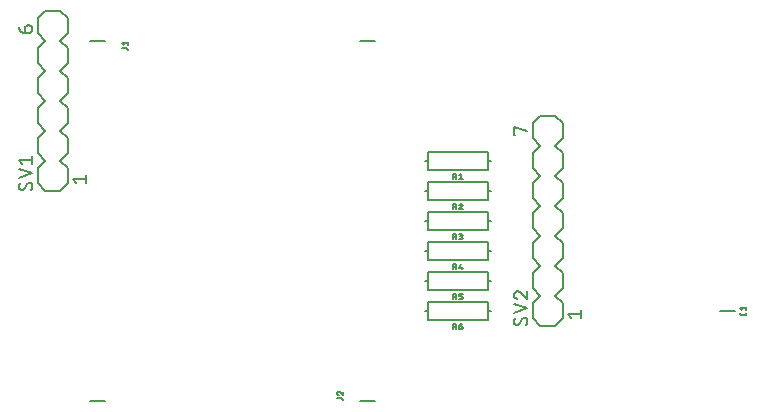
<source format=gbr>
G04 EAGLE Gerber RS-274X export*
G75*
%MOMM*%
%FSLAX34Y34*%
%LPD*%
%INSilkscreen Top*%
%IPPOS*%
%AMOC8*
5,1,8,0,0,1.08239X$1,22.5*%
G01*
%ADD10C,0.203200*%
%ADD11C,0.127000*%
%ADD12C,0.152400*%


D10*
X609600Y87630D02*
X596900Y87630D01*
D11*
X618871Y86134D02*
X618871Y85062D01*
X618869Y84997D01*
X618863Y84933D01*
X618853Y84869D01*
X618840Y84805D01*
X618822Y84743D01*
X618801Y84682D01*
X618777Y84622D01*
X618748Y84564D01*
X618716Y84507D01*
X618681Y84453D01*
X618643Y84401D01*
X618601Y84351D01*
X618557Y84304D01*
X618510Y84260D01*
X618460Y84218D01*
X618408Y84180D01*
X618354Y84145D01*
X618297Y84113D01*
X618239Y84084D01*
X618179Y84060D01*
X618118Y84039D01*
X618056Y84021D01*
X617992Y84008D01*
X617928Y83998D01*
X617864Y83992D01*
X617799Y83990D01*
X617799Y83989D02*
X615117Y83989D01*
X615052Y83991D01*
X614988Y83997D01*
X614924Y84007D01*
X614860Y84020D01*
X614798Y84038D01*
X614737Y84059D01*
X614677Y84084D01*
X614618Y84112D01*
X614562Y84144D01*
X614507Y84179D01*
X614455Y84217D01*
X614405Y84259D01*
X614358Y84303D01*
X614314Y84350D01*
X614272Y84400D01*
X614234Y84452D01*
X614199Y84507D01*
X614167Y84563D01*
X614139Y84622D01*
X614114Y84681D01*
X614093Y84743D01*
X614075Y84805D01*
X614062Y84869D01*
X614052Y84933D01*
X614046Y84997D01*
X614044Y85062D01*
X614045Y85062D02*
X614045Y86134D01*
X615117Y88590D02*
X614045Y89930D01*
X618871Y89930D01*
X618871Y88590D02*
X618871Y91271D01*
D12*
X19050Y195580D02*
X19050Y208280D01*
X25400Y214630D01*
X38100Y214630D02*
X44450Y208280D01*
X25400Y214630D02*
X19050Y220980D01*
X19050Y233680D01*
X25400Y240030D01*
X38100Y240030D02*
X44450Y233680D01*
X44450Y220980D01*
X38100Y214630D01*
X38100Y189230D02*
X25400Y189230D01*
X19050Y195580D01*
X38100Y189230D02*
X44450Y195580D01*
X44450Y208280D01*
X25400Y240030D02*
X19050Y246380D01*
X19050Y259080D01*
X25400Y265430D01*
X38100Y265430D02*
X44450Y259080D01*
X44450Y246380D01*
X38100Y240030D01*
X19050Y271780D02*
X19050Y284480D01*
X25400Y290830D01*
X38100Y290830D02*
X44450Y284480D01*
X25400Y290830D02*
X19050Y297180D01*
X19050Y309880D01*
X25400Y316230D01*
X38100Y316230D02*
X44450Y309880D01*
X44450Y297180D01*
X38100Y290830D01*
X19050Y271780D02*
X25400Y265430D01*
X38100Y265430D02*
X44450Y271780D01*
X44450Y284480D01*
X25400Y316230D02*
X19050Y322580D01*
X19050Y335280D01*
X25400Y341630D01*
X38100Y341630D02*
X44450Y335280D01*
X44450Y322580D01*
X38100Y316230D01*
X38100Y341630D02*
X25400Y341630D01*
D11*
X48895Y199390D02*
X51435Y196215D01*
X48895Y199390D02*
X60325Y199390D01*
X60325Y196215D02*
X60325Y202565D01*
X8255Y323215D02*
X8255Y327025D01*
X8257Y327125D01*
X8263Y327224D01*
X8273Y327324D01*
X8286Y327422D01*
X8304Y327521D01*
X8325Y327618D01*
X8350Y327714D01*
X8379Y327810D01*
X8412Y327904D01*
X8448Y327997D01*
X8488Y328088D01*
X8532Y328178D01*
X8579Y328266D01*
X8629Y328352D01*
X8683Y328436D01*
X8740Y328518D01*
X8800Y328597D01*
X8864Y328675D01*
X8930Y328749D01*
X8999Y328821D01*
X9071Y328890D01*
X9145Y328956D01*
X9223Y329020D01*
X9302Y329080D01*
X9384Y329137D01*
X9468Y329191D01*
X9554Y329241D01*
X9642Y329288D01*
X9732Y329332D01*
X9823Y329372D01*
X9916Y329408D01*
X10010Y329441D01*
X10106Y329470D01*
X10202Y329495D01*
X10299Y329516D01*
X10398Y329534D01*
X10496Y329547D01*
X10596Y329557D01*
X10695Y329563D01*
X10795Y329565D01*
X11430Y329565D01*
X11541Y329563D01*
X11651Y329557D01*
X11762Y329548D01*
X11872Y329534D01*
X11981Y329517D01*
X12090Y329496D01*
X12198Y329471D01*
X12305Y329442D01*
X12411Y329410D01*
X12516Y329374D01*
X12619Y329334D01*
X12721Y329291D01*
X12822Y329244D01*
X12921Y329193D01*
X13018Y329140D01*
X13112Y329083D01*
X13205Y329022D01*
X13296Y328959D01*
X13385Y328892D01*
X13471Y328822D01*
X13554Y328749D01*
X13636Y328674D01*
X13714Y328596D01*
X13789Y328514D01*
X13862Y328431D01*
X13932Y328345D01*
X13999Y328256D01*
X14062Y328165D01*
X14123Y328072D01*
X14180Y327977D01*
X14233Y327881D01*
X14284Y327782D01*
X14331Y327681D01*
X14374Y327579D01*
X14414Y327476D01*
X14450Y327371D01*
X14482Y327265D01*
X14511Y327158D01*
X14536Y327050D01*
X14557Y326941D01*
X14574Y326832D01*
X14588Y326722D01*
X14597Y326611D01*
X14603Y326501D01*
X14605Y326390D01*
X14603Y326279D01*
X14597Y326169D01*
X14588Y326058D01*
X14574Y325948D01*
X14557Y325839D01*
X14536Y325730D01*
X14511Y325622D01*
X14482Y325515D01*
X14450Y325409D01*
X14414Y325304D01*
X14374Y325201D01*
X14331Y325099D01*
X14284Y324998D01*
X14233Y324899D01*
X14180Y324802D01*
X14123Y324708D01*
X14062Y324615D01*
X13999Y324524D01*
X13932Y324435D01*
X13862Y324349D01*
X13789Y324266D01*
X13714Y324184D01*
X13636Y324106D01*
X13554Y324031D01*
X13471Y323958D01*
X13385Y323888D01*
X13296Y323821D01*
X13205Y323758D01*
X13112Y323697D01*
X13017Y323640D01*
X12921Y323587D01*
X12822Y323536D01*
X12721Y323489D01*
X12619Y323446D01*
X12516Y323406D01*
X12411Y323370D01*
X12305Y323338D01*
X12198Y323309D01*
X12090Y323284D01*
X11981Y323263D01*
X11872Y323246D01*
X11762Y323232D01*
X11651Y323223D01*
X11541Y323217D01*
X11430Y323215D01*
X8255Y323215D01*
X8115Y323217D01*
X7975Y323223D01*
X7835Y323232D01*
X7696Y323246D01*
X7557Y323263D01*
X7419Y323284D01*
X7281Y323309D01*
X7144Y323338D01*
X7008Y323370D01*
X6873Y323407D01*
X6739Y323447D01*
X6606Y323490D01*
X6474Y323538D01*
X6343Y323588D01*
X6214Y323643D01*
X6087Y323701D01*
X5961Y323762D01*
X5837Y323827D01*
X5715Y323896D01*
X5595Y323967D01*
X5477Y324042D01*
X5360Y324120D01*
X5246Y324202D01*
X5135Y324286D01*
X5026Y324374D01*
X4919Y324464D01*
X4814Y324558D01*
X4713Y324654D01*
X4614Y324753D01*
X4518Y324854D01*
X4424Y324959D01*
X4334Y325066D01*
X4246Y325175D01*
X4162Y325286D01*
X4080Y325400D01*
X4002Y325517D01*
X3927Y325635D01*
X3856Y325755D01*
X3787Y325877D01*
X3722Y326001D01*
X3661Y326127D01*
X3603Y326254D01*
X3548Y326383D01*
X3498Y326514D01*
X3450Y326646D01*
X3407Y326779D01*
X3367Y326913D01*
X3330Y327048D01*
X3298Y327184D01*
X3269Y327321D01*
X3244Y327459D01*
X3223Y327597D01*
X3206Y327736D01*
X3192Y327875D01*
X3183Y328015D01*
X3177Y328155D01*
X3175Y328295D01*
X12065Y196215D02*
X12165Y196213D01*
X12264Y196207D01*
X12364Y196197D01*
X12462Y196184D01*
X12561Y196166D01*
X12658Y196145D01*
X12754Y196120D01*
X12850Y196091D01*
X12944Y196058D01*
X13037Y196022D01*
X13128Y195982D01*
X13218Y195938D01*
X13306Y195891D01*
X13392Y195841D01*
X13476Y195787D01*
X13558Y195730D01*
X13637Y195670D01*
X13715Y195606D01*
X13789Y195540D01*
X13861Y195471D01*
X13930Y195399D01*
X13996Y195325D01*
X14060Y195247D01*
X14120Y195168D01*
X14177Y195086D01*
X14231Y195002D01*
X14281Y194916D01*
X14328Y194828D01*
X14372Y194738D01*
X14412Y194647D01*
X14448Y194554D01*
X14481Y194460D01*
X14510Y194364D01*
X14535Y194268D01*
X14556Y194171D01*
X14574Y194072D01*
X14587Y193974D01*
X14597Y193874D01*
X14603Y193775D01*
X14605Y193675D01*
X14603Y193534D01*
X14598Y193393D01*
X14588Y193252D01*
X14575Y193111D01*
X14559Y192971D01*
X14538Y192831D01*
X14514Y192692D01*
X14486Y192553D01*
X14455Y192416D01*
X14420Y192279D01*
X14382Y192143D01*
X14340Y192008D01*
X14294Y191875D01*
X14245Y191742D01*
X14192Y191611D01*
X14136Y191482D01*
X14077Y191353D01*
X14014Y191227D01*
X13948Y191102D01*
X13879Y190979D01*
X13806Y190858D01*
X13730Y190739D01*
X13651Y190621D01*
X13570Y190506D01*
X13485Y190394D01*
X13397Y190283D01*
X13306Y190175D01*
X13213Y190069D01*
X13116Y189966D01*
X13017Y189865D01*
X5715Y190183D02*
X5615Y190185D01*
X5516Y190191D01*
X5416Y190201D01*
X5318Y190214D01*
X5219Y190232D01*
X5122Y190253D01*
X5026Y190278D01*
X4930Y190307D01*
X4836Y190340D01*
X4743Y190376D01*
X4652Y190416D01*
X4562Y190460D01*
X4474Y190507D01*
X4388Y190557D01*
X4304Y190611D01*
X4222Y190668D01*
X4143Y190728D01*
X4065Y190792D01*
X3991Y190858D01*
X3919Y190927D01*
X3850Y190999D01*
X3784Y191073D01*
X3720Y191151D01*
X3660Y191230D01*
X3603Y191312D01*
X3549Y191396D01*
X3499Y191482D01*
X3452Y191570D01*
X3408Y191660D01*
X3368Y191751D01*
X3332Y191844D01*
X3299Y191938D01*
X3270Y192034D01*
X3245Y192130D01*
X3224Y192227D01*
X3206Y192326D01*
X3193Y192424D01*
X3183Y192524D01*
X3177Y192623D01*
X3175Y192723D01*
X3177Y192856D01*
X3182Y192989D01*
X3192Y193122D01*
X3205Y193255D01*
X3222Y193387D01*
X3242Y193519D01*
X3266Y193650D01*
X3294Y193780D01*
X3325Y193910D01*
X3360Y194038D01*
X3399Y194166D01*
X3441Y194292D01*
X3487Y194417D01*
X3536Y194541D01*
X3588Y194664D01*
X3644Y194785D01*
X3704Y194904D01*
X3766Y195022D01*
X3832Y195137D01*
X3901Y195251D01*
X3974Y195363D01*
X4049Y195473D01*
X4128Y195581D01*
X7938Y191452D02*
X7886Y191368D01*
X7831Y191285D01*
X7772Y191205D01*
X7711Y191127D01*
X7647Y191052D01*
X7579Y190979D01*
X7509Y190908D01*
X7437Y190841D01*
X7362Y190776D01*
X7284Y190714D01*
X7204Y190655D01*
X7122Y190599D01*
X7038Y190547D01*
X6952Y190498D01*
X6864Y190452D01*
X6774Y190409D01*
X6683Y190370D01*
X6590Y190335D01*
X6496Y190303D01*
X6401Y190275D01*
X6305Y190250D01*
X6208Y190230D01*
X6110Y190212D01*
X6012Y190199D01*
X5913Y190190D01*
X5814Y190184D01*
X5715Y190182D01*
X9842Y194945D02*
X9894Y195029D01*
X9949Y195112D01*
X10008Y195192D01*
X10069Y195270D01*
X10133Y195345D01*
X10201Y195418D01*
X10271Y195489D01*
X10343Y195556D01*
X10418Y195621D01*
X10496Y195683D01*
X10576Y195742D01*
X10658Y195798D01*
X10742Y195850D01*
X10828Y195899D01*
X10916Y195945D01*
X11006Y195988D01*
X11097Y196027D01*
X11190Y196062D01*
X11284Y196094D01*
X11379Y196122D01*
X11475Y196147D01*
X11572Y196167D01*
X11670Y196185D01*
X11768Y196198D01*
X11867Y196207D01*
X11966Y196213D01*
X12065Y196215D01*
X9843Y194945D02*
X7938Y191453D01*
X3175Y200279D02*
X14605Y204089D01*
X3175Y207899D01*
X5715Y212344D02*
X3175Y215519D01*
X14605Y215519D01*
X14605Y212344D02*
X14605Y218694D01*
D12*
X438150Y93980D02*
X438150Y81280D01*
X438150Y93980D02*
X444500Y100330D01*
X457200Y100330D02*
X463550Y93980D01*
X444500Y100330D02*
X438150Y106680D01*
X438150Y119380D01*
X444500Y125730D01*
X457200Y125730D02*
X463550Y119380D01*
X463550Y106680D01*
X457200Y100330D01*
X457200Y74930D02*
X444500Y74930D01*
X438150Y81280D01*
X457200Y74930D02*
X463550Y81280D01*
X463550Y93980D01*
X444500Y125730D02*
X438150Y132080D01*
X438150Y144780D01*
X444500Y151130D01*
X457200Y151130D02*
X463550Y144780D01*
X463550Y132080D01*
X457200Y125730D01*
X438150Y157480D02*
X438150Y170180D01*
X444500Y176530D01*
X457200Y176530D02*
X463550Y170180D01*
X444500Y176530D02*
X438150Y182880D01*
X438150Y195580D01*
X444500Y201930D01*
X457200Y201930D02*
X463550Y195580D01*
X463550Y182880D01*
X457200Y176530D01*
X438150Y157480D02*
X444500Y151130D01*
X457200Y151130D02*
X463550Y157480D01*
X463550Y170180D01*
X444500Y201930D02*
X438150Y208280D01*
X438150Y220980D01*
X444500Y227330D01*
X457200Y227330D02*
X463550Y220980D01*
X463550Y208280D01*
X457200Y201930D01*
X438150Y233680D02*
X438150Y246380D01*
X444500Y252730D01*
X457200Y252730D01*
X463550Y246380D01*
X444500Y227330D02*
X438150Y233680D01*
X457200Y227330D02*
X463550Y233680D01*
X463550Y246380D01*
D11*
X467995Y85090D02*
X470535Y81915D01*
X467995Y85090D02*
X479425Y85090D01*
X479425Y81915D02*
X479425Y88265D01*
X423545Y236855D02*
X422275Y236855D01*
X422275Y243205D01*
X433705Y240030D01*
X431165Y81915D02*
X431265Y81913D01*
X431364Y81907D01*
X431464Y81897D01*
X431562Y81884D01*
X431661Y81866D01*
X431758Y81845D01*
X431854Y81820D01*
X431950Y81791D01*
X432044Y81758D01*
X432137Y81722D01*
X432228Y81682D01*
X432318Y81638D01*
X432406Y81591D01*
X432492Y81541D01*
X432576Y81487D01*
X432658Y81430D01*
X432737Y81370D01*
X432815Y81306D01*
X432889Y81240D01*
X432961Y81171D01*
X433030Y81099D01*
X433096Y81025D01*
X433160Y80947D01*
X433220Y80868D01*
X433277Y80786D01*
X433331Y80702D01*
X433381Y80616D01*
X433428Y80528D01*
X433472Y80438D01*
X433512Y80347D01*
X433548Y80254D01*
X433581Y80160D01*
X433610Y80064D01*
X433635Y79968D01*
X433656Y79871D01*
X433674Y79772D01*
X433687Y79674D01*
X433697Y79574D01*
X433703Y79475D01*
X433705Y79375D01*
X433703Y79234D01*
X433698Y79093D01*
X433688Y78952D01*
X433675Y78811D01*
X433659Y78671D01*
X433638Y78531D01*
X433614Y78392D01*
X433586Y78253D01*
X433555Y78116D01*
X433520Y77979D01*
X433482Y77843D01*
X433440Y77708D01*
X433394Y77575D01*
X433345Y77442D01*
X433292Y77311D01*
X433236Y77182D01*
X433177Y77053D01*
X433114Y76927D01*
X433048Y76802D01*
X432979Y76679D01*
X432906Y76558D01*
X432830Y76439D01*
X432751Y76321D01*
X432670Y76206D01*
X432585Y76094D01*
X432497Y75983D01*
X432406Y75875D01*
X432313Y75769D01*
X432216Y75666D01*
X432117Y75565D01*
X424815Y75883D02*
X424715Y75885D01*
X424616Y75891D01*
X424516Y75901D01*
X424418Y75914D01*
X424319Y75932D01*
X424222Y75953D01*
X424126Y75978D01*
X424030Y76007D01*
X423936Y76040D01*
X423843Y76076D01*
X423752Y76116D01*
X423662Y76160D01*
X423574Y76207D01*
X423488Y76257D01*
X423404Y76311D01*
X423322Y76368D01*
X423243Y76428D01*
X423165Y76492D01*
X423091Y76558D01*
X423019Y76627D01*
X422950Y76699D01*
X422884Y76773D01*
X422820Y76851D01*
X422760Y76930D01*
X422703Y77012D01*
X422649Y77096D01*
X422599Y77182D01*
X422552Y77270D01*
X422508Y77360D01*
X422468Y77451D01*
X422432Y77544D01*
X422399Y77638D01*
X422370Y77734D01*
X422345Y77830D01*
X422324Y77927D01*
X422306Y78026D01*
X422293Y78124D01*
X422283Y78224D01*
X422277Y78323D01*
X422275Y78423D01*
X422277Y78556D01*
X422282Y78689D01*
X422292Y78822D01*
X422305Y78955D01*
X422322Y79087D01*
X422342Y79219D01*
X422366Y79350D01*
X422394Y79480D01*
X422425Y79610D01*
X422460Y79738D01*
X422499Y79866D01*
X422541Y79992D01*
X422587Y80117D01*
X422636Y80241D01*
X422688Y80364D01*
X422744Y80485D01*
X422804Y80604D01*
X422866Y80722D01*
X422932Y80837D01*
X423001Y80951D01*
X423074Y81063D01*
X423149Y81173D01*
X423228Y81281D01*
X427038Y77152D02*
X426986Y77068D01*
X426931Y76985D01*
X426872Y76905D01*
X426811Y76827D01*
X426747Y76752D01*
X426679Y76679D01*
X426609Y76608D01*
X426537Y76541D01*
X426462Y76476D01*
X426384Y76414D01*
X426304Y76355D01*
X426222Y76299D01*
X426138Y76247D01*
X426052Y76198D01*
X425964Y76152D01*
X425874Y76109D01*
X425783Y76070D01*
X425690Y76035D01*
X425596Y76003D01*
X425501Y75975D01*
X425405Y75950D01*
X425308Y75930D01*
X425210Y75912D01*
X425112Y75899D01*
X425013Y75890D01*
X424914Y75884D01*
X424815Y75882D01*
X428942Y80645D02*
X428994Y80729D01*
X429049Y80812D01*
X429108Y80892D01*
X429169Y80970D01*
X429233Y81045D01*
X429301Y81118D01*
X429371Y81189D01*
X429443Y81256D01*
X429518Y81321D01*
X429596Y81383D01*
X429676Y81442D01*
X429758Y81498D01*
X429842Y81550D01*
X429928Y81599D01*
X430016Y81645D01*
X430106Y81688D01*
X430197Y81727D01*
X430290Y81762D01*
X430384Y81794D01*
X430479Y81822D01*
X430575Y81847D01*
X430672Y81867D01*
X430770Y81885D01*
X430868Y81898D01*
X430967Y81907D01*
X431066Y81913D01*
X431165Y81915D01*
X428943Y80645D02*
X427038Y77153D01*
X422275Y85979D02*
X433705Y89789D01*
X422275Y93599D01*
X422275Y101537D02*
X422277Y101641D01*
X422283Y101746D01*
X422292Y101850D01*
X422305Y101953D01*
X422323Y102056D01*
X422343Y102158D01*
X422368Y102260D01*
X422396Y102360D01*
X422428Y102460D01*
X422464Y102558D01*
X422503Y102655D01*
X422545Y102750D01*
X422591Y102844D01*
X422641Y102936D01*
X422693Y103026D01*
X422749Y103114D01*
X422809Y103200D01*
X422871Y103284D01*
X422936Y103365D01*
X423004Y103444D01*
X423076Y103521D01*
X423149Y103594D01*
X423226Y103666D01*
X423305Y103734D01*
X423386Y103799D01*
X423470Y103861D01*
X423556Y103921D01*
X423644Y103977D01*
X423734Y104029D01*
X423826Y104079D01*
X423920Y104125D01*
X424015Y104167D01*
X424112Y104206D01*
X424210Y104242D01*
X424310Y104274D01*
X424410Y104302D01*
X424512Y104327D01*
X424614Y104347D01*
X424717Y104365D01*
X424820Y104378D01*
X424924Y104387D01*
X425029Y104393D01*
X425133Y104395D01*
X422275Y101537D02*
X422277Y101419D01*
X422283Y101300D01*
X422292Y101182D01*
X422305Y101065D01*
X422323Y100948D01*
X422343Y100831D01*
X422368Y100715D01*
X422396Y100600D01*
X422429Y100487D01*
X422464Y100374D01*
X422504Y100262D01*
X422546Y100152D01*
X422593Y100043D01*
X422643Y99935D01*
X422696Y99830D01*
X422753Y99726D01*
X422813Y99624D01*
X422876Y99524D01*
X422943Y99426D01*
X423012Y99330D01*
X423085Y99237D01*
X423161Y99146D01*
X423239Y99057D01*
X423321Y98971D01*
X423405Y98888D01*
X423491Y98807D01*
X423581Y98730D01*
X423672Y98655D01*
X423766Y98583D01*
X423863Y98514D01*
X423961Y98449D01*
X424062Y98386D01*
X424165Y98327D01*
X424269Y98271D01*
X424375Y98219D01*
X424483Y98170D01*
X424592Y98125D01*
X424703Y98083D01*
X424815Y98045D01*
X427355Y103442D02*
X427280Y103518D01*
X427201Y103593D01*
X427120Y103664D01*
X427036Y103733D01*
X426950Y103798D01*
X426862Y103860D01*
X426772Y103920D01*
X426680Y103976D01*
X426585Y104029D01*
X426489Y104078D01*
X426391Y104124D01*
X426292Y104167D01*
X426191Y104206D01*
X426089Y104241D01*
X425986Y104273D01*
X425882Y104301D01*
X425777Y104326D01*
X425670Y104347D01*
X425564Y104364D01*
X425457Y104377D01*
X425349Y104386D01*
X425241Y104392D01*
X425133Y104394D01*
X427355Y103442D02*
X433705Y98044D01*
X433705Y104394D01*
D10*
X400050Y207010D02*
X349250Y207010D01*
X349250Y214630D01*
X349250Y222250D01*
X400050Y222250D01*
X400050Y214630D01*
X400050Y207010D01*
X349250Y214630D02*
X346710Y214630D01*
X400050Y214630D02*
X402590Y214630D01*
D11*
X370598Y203835D02*
X370598Y199009D01*
X370598Y203835D02*
X371939Y203835D01*
X372010Y203833D01*
X372082Y203827D01*
X372152Y203818D01*
X372222Y203805D01*
X372292Y203788D01*
X372360Y203767D01*
X372427Y203743D01*
X372493Y203715D01*
X372557Y203684D01*
X372620Y203649D01*
X372680Y203611D01*
X372739Y203570D01*
X372795Y203526D01*
X372849Y203479D01*
X372900Y203430D01*
X372948Y203377D01*
X372994Y203322D01*
X373036Y203265D01*
X373076Y203205D01*
X373112Y203144D01*
X373145Y203080D01*
X373174Y203015D01*
X373200Y202949D01*
X373223Y202881D01*
X373242Y202812D01*
X373257Y202742D01*
X373268Y202672D01*
X373276Y202601D01*
X373280Y202530D01*
X373280Y202458D01*
X373276Y202387D01*
X373268Y202316D01*
X373257Y202246D01*
X373242Y202176D01*
X373223Y202107D01*
X373200Y202039D01*
X373174Y201973D01*
X373145Y201908D01*
X373112Y201844D01*
X373076Y201783D01*
X373036Y201723D01*
X372994Y201666D01*
X372948Y201611D01*
X372900Y201558D01*
X372849Y201509D01*
X372795Y201462D01*
X372739Y201418D01*
X372680Y201377D01*
X372620Y201339D01*
X372557Y201304D01*
X372493Y201273D01*
X372427Y201245D01*
X372360Y201221D01*
X372292Y201200D01*
X372222Y201183D01*
X372152Y201170D01*
X372082Y201161D01*
X372010Y201155D01*
X371939Y201153D01*
X371939Y201154D02*
X370598Y201154D01*
X372207Y201154D02*
X373279Y199009D01*
X376021Y202763D02*
X377361Y203835D01*
X377361Y199009D01*
X376021Y199009D02*
X378702Y199009D01*
D10*
X400050Y181610D02*
X349250Y181610D01*
X349250Y189230D01*
X349250Y196850D01*
X400050Y196850D01*
X400050Y189230D01*
X400050Y181610D01*
X349250Y189230D02*
X346710Y189230D01*
X400050Y189230D02*
X402590Y189230D01*
D11*
X370598Y178435D02*
X370598Y173609D01*
X370598Y178435D02*
X371939Y178435D01*
X372010Y178433D01*
X372082Y178427D01*
X372152Y178418D01*
X372222Y178405D01*
X372292Y178388D01*
X372360Y178367D01*
X372427Y178343D01*
X372493Y178315D01*
X372557Y178284D01*
X372620Y178249D01*
X372680Y178211D01*
X372739Y178170D01*
X372795Y178126D01*
X372849Y178079D01*
X372900Y178030D01*
X372948Y177977D01*
X372994Y177922D01*
X373036Y177865D01*
X373076Y177805D01*
X373112Y177744D01*
X373145Y177680D01*
X373174Y177615D01*
X373200Y177549D01*
X373223Y177481D01*
X373242Y177412D01*
X373257Y177342D01*
X373268Y177272D01*
X373276Y177201D01*
X373280Y177130D01*
X373280Y177058D01*
X373276Y176987D01*
X373268Y176916D01*
X373257Y176846D01*
X373242Y176776D01*
X373223Y176707D01*
X373200Y176639D01*
X373174Y176573D01*
X373145Y176508D01*
X373112Y176444D01*
X373076Y176383D01*
X373036Y176323D01*
X372994Y176266D01*
X372948Y176211D01*
X372900Y176158D01*
X372849Y176109D01*
X372795Y176062D01*
X372739Y176018D01*
X372680Y175977D01*
X372620Y175939D01*
X372557Y175904D01*
X372493Y175873D01*
X372427Y175845D01*
X372360Y175821D01*
X372292Y175800D01*
X372222Y175783D01*
X372152Y175770D01*
X372082Y175761D01*
X372010Y175755D01*
X371939Y175753D01*
X371939Y175754D02*
X370598Y175754D01*
X372207Y175754D02*
X373279Y173609D01*
X377495Y178435D02*
X377563Y178433D01*
X377630Y178427D01*
X377697Y178418D01*
X377764Y178405D01*
X377829Y178388D01*
X377894Y178367D01*
X377957Y178343D01*
X378019Y178315D01*
X378079Y178284D01*
X378137Y178250D01*
X378193Y178212D01*
X378248Y178172D01*
X378299Y178128D01*
X378348Y178081D01*
X378395Y178032D01*
X378439Y177981D01*
X378479Y177926D01*
X378517Y177870D01*
X378551Y177812D01*
X378582Y177752D01*
X378610Y177690D01*
X378634Y177627D01*
X378655Y177562D01*
X378672Y177497D01*
X378685Y177430D01*
X378694Y177363D01*
X378700Y177296D01*
X378702Y177228D01*
X377495Y178435D02*
X377417Y178433D01*
X377339Y178427D01*
X377262Y178417D01*
X377185Y178404D01*
X377109Y178386D01*
X377034Y178365D01*
X376960Y178340D01*
X376888Y178311D01*
X376817Y178279D01*
X376748Y178243D01*
X376680Y178204D01*
X376615Y178161D01*
X376552Y178115D01*
X376491Y178066D01*
X376433Y178014D01*
X376378Y177959D01*
X376325Y177902D01*
X376276Y177842D01*
X376229Y177779D01*
X376186Y177715D01*
X376146Y177648D01*
X376109Y177579D01*
X376076Y177508D01*
X376046Y177436D01*
X376020Y177363D01*
X378300Y176290D02*
X378349Y176339D01*
X378396Y176391D01*
X378439Y176446D01*
X378480Y176503D01*
X378518Y176562D01*
X378552Y176623D01*
X378583Y176686D01*
X378611Y176750D01*
X378635Y176816D01*
X378655Y176882D01*
X378672Y176950D01*
X378685Y177019D01*
X378694Y177088D01*
X378700Y177158D01*
X378702Y177228D01*
X378300Y176290D02*
X376021Y173609D01*
X378702Y173609D01*
D10*
X400050Y156210D02*
X349250Y156210D01*
X349250Y163830D01*
X349250Y171450D01*
X400050Y171450D01*
X400050Y163830D01*
X400050Y156210D01*
X349250Y163830D02*
X346710Y163830D01*
X400050Y163830D02*
X402590Y163830D01*
D11*
X370598Y153035D02*
X370598Y148209D01*
X370598Y153035D02*
X371939Y153035D01*
X372010Y153033D01*
X372082Y153027D01*
X372152Y153018D01*
X372222Y153005D01*
X372292Y152988D01*
X372360Y152967D01*
X372427Y152943D01*
X372493Y152915D01*
X372557Y152884D01*
X372620Y152849D01*
X372680Y152811D01*
X372739Y152770D01*
X372795Y152726D01*
X372849Y152679D01*
X372900Y152630D01*
X372948Y152577D01*
X372994Y152522D01*
X373036Y152465D01*
X373076Y152405D01*
X373112Y152344D01*
X373145Y152280D01*
X373174Y152215D01*
X373200Y152149D01*
X373223Y152081D01*
X373242Y152012D01*
X373257Y151942D01*
X373268Y151872D01*
X373276Y151801D01*
X373280Y151730D01*
X373280Y151658D01*
X373276Y151587D01*
X373268Y151516D01*
X373257Y151446D01*
X373242Y151376D01*
X373223Y151307D01*
X373200Y151239D01*
X373174Y151173D01*
X373145Y151108D01*
X373112Y151044D01*
X373076Y150983D01*
X373036Y150923D01*
X372994Y150866D01*
X372948Y150811D01*
X372900Y150758D01*
X372849Y150709D01*
X372795Y150662D01*
X372739Y150618D01*
X372680Y150577D01*
X372620Y150539D01*
X372557Y150504D01*
X372493Y150473D01*
X372427Y150445D01*
X372360Y150421D01*
X372292Y150400D01*
X372222Y150383D01*
X372152Y150370D01*
X372082Y150361D01*
X372010Y150355D01*
X371939Y150353D01*
X371939Y150354D02*
X370598Y150354D01*
X372207Y150354D02*
X373279Y148209D01*
X376021Y148209D02*
X377361Y148209D01*
X377432Y148211D01*
X377504Y148217D01*
X377574Y148226D01*
X377644Y148239D01*
X377714Y148256D01*
X377782Y148277D01*
X377849Y148301D01*
X377915Y148329D01*
X377979Y148360D01*
X378042Y148395D01*
X378102Y148433D01*
X378161Y148474D01*
X378217Y148518D01*
X378271Y148565D01*
X378322Y148614D01*
X378370Y148667D01*
X378416Y148722D01*
X378458Y148779D01*
X378498Y148839D01*
X378534Y148900D01*
X378567Y148964D01*
X378596Y149029D01*
X378622Y149095D01*
X378645Y149163D01*
X378664Y149232D01*
X378679Y149302D01*
X378690Y149372D01*
X378698Y149443D01*
X378702Y149514D01*
X378702Y149586D01*
X378698Y149657D01*
X378690Y149728D01*
X378679Y149798D01*
X378664Y149868D01*
X378645Y149937D01*
X378622Y150005D01*
X378596Y150071D01*
X378567Y150136D01*
X378534Y150200D01*
X378498Y150261D01*
X378458Y150321D01*
X378416Y150378D01*
X378370Y150433D01*
X378322Y150486D01*
X378271Y150535D01*
X378217Y150582D01*
X378161Y150626D01*
X378102Y150667D01*
X378042Y150705D01*
X377979Y150740D01*
X377915Y150771D01*
X377849Y150799D01*
X377782Y150823D01*
X377714Y150844D01*
X377644Y150861D01*
X377574Y150874D01*
X377504Y150883D01*
X377432Y150889D01*
X377361Y150891D01*
X377629Y153035D02*
X376021Y153035D01*
X377629Y153035D02*
X377694Y153033D01*
X377758Y153027D01*
X377822Y153017D01*
X377886Y153004D01*
X377948Y152986D01*
X378009Y152965D01*
X378069Y152941D01*
X378127Y152912D01*
X378184Y152880D01*
X378238Y152845D01*
X378290Y152807D01*
X378340Y152765D01*
X378387Y152721D01*
X378431Y152674D01*
X378473Y152624D01*
X378511Y152572D01*
X378546Y152518D01*
X378578Y152461D01*
X378607Y152403D01*
X378631Y152343D01*
X378652Y152282D01*
X378670Y152220D01*
X378683Y152156D01*
X378693Y152092D01*
X378699Y152028D01*
X378701Y151963D01*
X378699Y151898D01*
X378693Y151834D01*
X378683Y151770D01*
X378670Y151706D01*
X378652Y151644D01*
X378631Y151583D01*
X378607Y151523D01*
X378578Y151465D01*
X378546Y151408D01*
X378511Y151354D01*
X378473Y151302D01*
X378431Y151252D01*
X378387Y151205D01*
X378340Y151161D01*
X378290Y151119D01*
X378238Y151081D01*
X378184Y151046D01*
X378127Y151014D01*
X378069Y150985D01*
X378009Y150961D01*
X377948Y150940D01*
X377886Y150922D01*
X377822Y150909D01*
X377758Y150899D01*
X377694Y150893D01*
X377629Y150891D01*
X377629Y150890D02*
X376557Y150890D01*
D10*
X400050Y130810D02*
X349250Y130810D01*
X349250Y138430D01*
X349250Y146050D01*
X400050Y146050D01*
X400050Y138430D01*
X400050Y130810D01*
X349250Y138430D02*
X346710Y138430D01*
X400050Y138430D02*
X402590Y138430D01*
D11*
X370598Y127635D02*
X370598Y122809D01*
X370598Y127635D02*
X371939Y127635D01*
X372010Y127633D01*
X372082Y127627D01*
X372152Y127618D01*
X372222Y127605D01*
X372292Y127588D01*
X372360Y127567D01*
X372427Y127543D01*
X372493Y127515D01*
X372557Y127484D01*
X372620Y127449D01*
X372680Y127411D01*
X372739Y127370D01*
X372795Y127326D01*
X372849Y127279D01*
X372900Y127230D01*
X372948Y127177D01*
X372994Y127122D01*
X373036Y127065D01*
X373076Y127005D01*
X373112Y126944D01*
X373145Y126880D01*
X373174Y126815D01*
X373200Y126749D01*
X373223Y126681D01*
X373242Y126612D01*
X373257Y126542D01*
X373268Y126472D01*
X373276Y126401D01*
X373280Y126330D01*
X373280Y126258D01*
X373276Y126187D01*
X373268Y126116D01*
X373257Y126046D01*
X373242Y125976D01*
X373223Y125907D01*
X373200Y125839D01*
X373174Y125773D01*
X373145Y125708D01*
X373112Y125644D01*
X373076Y125583D01*
X373036Y125523D01*
X372994Y125466D01*
X372948Y125411D01*
X372900Y125358D01*
X372849Y125309D01*
X372795Y125262D01*
X372739Y125218D01*
X372680Y125177D01*
X372620Y125139D01*
X372557Y125104D01*
X372493Y125073D01*
X372427Y125045D01*
X372360Y125021D01*
X372292Y125000D01*
X372222Y124983D01*
X372152Y124970D01*
X372082Y124961D01*
X372010Y124955D01*
X371939Y124953D01*
X371939Y124954D02*
X370598Y124954D01*
X372207Y124954D02*
X373279Y122809D01*
X376021Y123881D02*
X377093Y127635D01*
X376021Y123881D02*
X378702Y123881D01*
X377898Y124954D02*
X377898Y122809D01*
D10*
X400050Y105410D02*
X349250Y105410D01*
X349250Y113030D01*
X349250Y120650D01*
X400050Y120650D01*
X400050Y113030D01*
X400050Y105410D01*
X349250Y113030D02*
X346710Y113030D01*
X400050Y113030D02*
X402590Y113030D01*
D11*
X370598Y102235D02*
X370598Y97409D01*
X370598Y102235D02*
X371939Y102235D01*
X372010Y102233D01*
X372082Y102227D01*
X372152Y102218D01*
X372222Y102205D01*
X372292Y102188D01*
X372360Y102167D01*
X372427Y102143D01*
X372493Y102115D01*
X372557Y102084D01*
X372620Y102049D01*
X372680Y102011D01*
X372739Y101970D01*
X372795Y101926D01*
X372849Y101879D01*
X372900Y101830D01*
X372948Y101777D01*
X372994Y101722D01*
X373036Y101665D01*
X373076Y101605D01*
X373112Y101544D01*
X373145Y101480D01*
X373174Y101415D01*
X373200Y101349D01*
X373223Y101281D01*
X373242Y101212D01*
X373257Y101142D01*
X373268Y101072D01*
X373276Y101001D01*
X373280Y100930D01*
X373280Y100858D01*
X373276Y100787D01*
X373268Y100716D01*
X373257Y100646D01*
X373242Y100576D01*
X373223Y100507D01*
X373200Y100439D01*
X373174Y100373D01*
X373145Y100308D01*
X373112Y100244D01*
X373076Y100183D01*
X373036Y100123D01*
X372994Y100066D01*
X372948Y100011D01*
X372900Y99958D01*
X372849Y99909D01*
X372795Y99862D01*
X372739Y99818D01*
X372680Y99777D01*
X372620Y99739D01*
X372557Y99704D01*
X372493Y99673D01*
X372427Y99645D01*
X372360Y99621D01*
X372292Y99600D01*
X372222Y99583D01*
X372152Y99570D01*
X372082Y99561D01*
X372010Y99555D01*
X371939Y99553D01*
X371939Y99554D02*
X370598Y99554D01*
X372207Y99554D02*
X373279Y97409D01*
X376021Y97409D02*
X377629Y97409D01*
X377694Y97411D01*
X377758Y97417D01*
X377822Y97427D01*
X377886Y97440D01*
X377948Y97458D01*
X378009Y97479D01*
X378069Y97503D01*
X378127Y97532D01*
X378184Y97564D01*
X378238Y97599D01*
X378290Y97637D01*
X378340Y97679D01*
X378387Y97723D01*
X378431Y97770D01*
X378473Y97820D01*
X378511Y97872D01*
X378546Y97926D01*
X378578Y97983D01*
X378607Y98041D01*
X378631Y98101D01*
X378652Y98162D01*
X378670Y98224D01*
X378683Y98288D01*
X378693Y98352D01*
X378699Y98416D01*
X378701Y98481D01*
X378702Y98481D02*
X378702Y99018D01*
X378701Y99018D02*
X378699Y99083D01*
X378693Y99147D01*
X378683Y99211D01*
X378670Y99275D01*
X378652Y99337D01*
X378631Y99398D01*
X378607Y99458D01*
X378578Y99516D01*
X378546Y99573D01*
X378511Y99627D01*
X378473Y99679D01*
X378431Y99729D01*
X378387Y99776D01*
X378340Y99820D01*
X378290Y99862D01*
X378238Y99900D01*
X378184Y99935D01*
X378127Y99967D01*
X378069Y99996D01*
X378009Y100020D01*
X377948Y100041D01*
X377886Y100059D01*
X377822Y100072D01*
X377758Y100082D01*
X377694Y100088D01*
X377629Y100090D01*
X376021Y100090D01*
X376021Y102235D01*
X378702Y102235D01*
D10*
X400050Y80010D02*
X349250Y80010D01*
X349250Y87630D01*
X349250Y95250D01*
X400050Y95250D01*
X400050Y87630D01*
X400050Y80010D01*
X349250Y87630D02*
X346710Y87630D01*
X400050Y87630D02*
X402590Y87630D01*
D11*
X370598Y76835D02*
X370598Y72009D01*
X370598Y76835D02*
X371939Y76835D01*
X372010Y76833D01*
X372082Y76827D01*
X372152Y76818D01*
X372222Y76805D01*
X372292Y76788D01*
X372360Y76767D01*
X372427Y76743D01*
X372493Y76715D01*
X372557Y76684D01*
X372620Y76649D01*
X372680Y76611D01*
X372739Y76570D01*
X372795Y76526D01*
X372849Y76479D01*
X372900Y76430D01*
X372948Y76377D01*
X372994Y76322D01*
X373036Y76265D01*
X373076Y76205D01*
X373112Y76144D01*
X373145Y76080D01*
X373174Y76015D01*
X373200Y75949D01*
X373223Y75881D01*
X373242Y75812D01*
X373257Y75742D01*
X373268Y75672D01*
X373276Y75601D01*
X373280Y75530D01*
X373280Y75458D01*
X373276Y75387D01*
X373268Y75316D01*
X373257Y75246D01*
X373242Y75176D01*
X373223Y75107D01*
X373200Y75039D01*
X373174Y74973D01*
X373145Y74908D01*
X373112Y74844D01*
X373076Y74783D01*
X373036Y74723D01*
X372994Y74666D01*
X372948Y74611D01*
X372900Y74558D01*
X372849Y74509D01*
X372795Y74462D01*
X372739Y74418D01*
X372680Y74377D01*
X372620Y74339D01*
X372557Y74304D01*
X372493Y74273D01*
X372427Y74245D01*
X372360Y74221D01*
X372292Y74200D01*
X372222Y74183D01*
X372152Y74170D01*
X372082Y74161D01*
X372010Y74155D01*
X371939Y74153D01*
X371939Y74154D02*
X370598Y74154D01*
X372207Y74154D02*
X373279Y72009D01*
X376021Y74690D02*
X377629Y74690D01*
X377694Y74688D01*
X377758Y74682D01*
X377822Y74672D01*
X377886Y74659D01*
X377948Y74641D01*
X378009Y74620D01*
X378069Y74596D01*
X378127Y74567D01*
X378184Y74535D01*
X378238Y74500D01*
X378290Y74462D01*
X378340Y74420D01*
X378387Y74376D01*
X378431Y74329D01*
X378473Y74279D01*
X378511Y74227D01*
X378546Y74173D01*
X378578Y74116D01*
X378607Y74058D01*
X378631Y73998D01*
X378652Y73937D01*
X378670Y73875D01*
X378683Y73811D01*
X378693Y73747D01*
X378699Y73683D01*
X378701Y73618D01*
X378702Y73618D02*
X378702Y73350D01*
X378700Y73279D01*
X378694Y73207D01*
X378685Y73137D01*
X378672Y73067D01*
X378655Y72997D01*
X378634Y72929D01*
X378610Y72862D01*
X378582Y72796D01*
X378551Y72732D01*
X378516Y72669D01*
X378478Y72609D01*
X378437Y72550D01*
X378393Y72494D01*
X378346Y72440D01*
X378297Y72389D01*
X378244Y72341D01*
X378189Y72295D01*
X378132Y72253D01*
X378072Y72213D01*
X378011Y72177D01*
X377947Y72144D01*
X377882Y72115D01*
X377816Y72089D01*
X377748Y72066D01*
X377679Y72047D01*
X377609Y72032D01*
X377539Y72021D01*
X377468Y72013D01*
X377397Y72009D01*
X377325Y72009D01*
X377254Y72013D01*
X377183Y72021D01*
X377113Y72032D01*
X377043Y72047D01*
X376974Y72066D01*
X376906Y72089D01*
X376840Y72115D01*
X376775Y72144D01*
X376711Y72177D01*
X376650Y72213D01*
X376590Y72253D01*
X376533Y72295D01*
X376478Y72341D01*
X376425Y72389D01*
X376376Y72440D01*
X376329Y72494D01*
X376285Y72550D01*
X376244Y72609D01*
X376206Y72669D01*
X376171Y72732D01*
X376140Y72796D01*
X376112Y72862D01*
X376088Y72929D01*
X376067Y72997D01*
X376050Y73067D01*
X376037Y73137D01*
X376028Y73207D01*
X376022Y73279D01*
X376020Y73350D01*
X376021Y73350D02*
X376021Y74690D01*
X376023Y74781D01*
X376029Y74872D01*
X376038Y74962D01*
X376052Y75053D01*
X376069Y75142D01*
X376090Y75230D01*
X376115Y75318D01*
X376144Y75405D01*
X376176Y75490D01*
X376211Y75574D01*
X376251Y75656D01*
X376293Y75736D01*
X376339Y75815D01*
X376389Y75891D01*
X376441Y75965D01*
X376497Y76038D01*
X376556Y76107D01*
X376617Y76174D01*
X376682Y76239D01*
X376749Y76300D01*
X376818Y76359D01*
X376890Y76415D01*
X376965Y76467D01*
X377041Y76517D01*
X377120Y76563D01*
X377200Y76605D01*
X377282Y76645D01*
X377366Y76680D01*
X377451Y76712D01*
X377538Y76741D01*
X377625Y76766D01*
X377714Y76787D01*
X377803Y76804D01*
X377894Y76818D01*
X377984Y76827D01*
X378075Y76833D01*
X378166Y76835D01*
D10*
X76200Y316230D02*
X63500Y316230D01*
X63500Y11430D02*
X76200Y11430D01*
D11*
X90805Y309966D02*
X94559Y309966D01*
X94624Y309964D01*
X94688Y309958D01*
X94752Y309948D01*
X94816Y309935D01*
X94878Y309917D01*
X94939Y309896D01*
X94999Y309872D01*
X95057Y309843D01*
X95114Y309811D01*
X95168Y309776D01*
X95220Y309738D01*
X95270Y309696D01*
X95317Y309652D01*
X95361Y309605D01*
X95403Y309555D01*
X95441Y309503D01*
X95476Y309449D01*
X95508Y309392D01*
X95537Y309334D01*
X95561Y309274D01*
X95582Y309213D01*
X95600Y309151D01*
X95613Y309087D01*
X95623Y309023D01*
X95629Y308959D01*
X95631Y308894D01*
X95631Y308357D01*
X91877Y312914D02*
X90805Y314254D01*
X95631Y314254D01*
X95631Y312914D02*
X95631Y315595D01*
D10*
X292100Y11430D02*
X304800Y11430D01*
X304800Y316230D02*
X292100Y316230D01*
D11*
X276423Y13674D02*
X272669Y13674D01*
X276423Y13673D02*
X276488Y13671D01*
X276552Y13665D01*
X276616Y13655D01*
X276680Y13642D01*
X276742Y13624D01*
X276803Y13603D01*
X276863Y13579D01*
X276921Y13550D01*
X276978Y13518D01*
X277032Y13483D01*
X277084Y13445D01*
X277134Y13403D01*
X277181Y13359D01*
X277225Y13312D01*
X277267Y13262D01*
X277305Y13210D01*
X277340Y13156D01*
X277372Y13099D01*
X277401Y13041D01*
X277425Y12981D01*
X277446Y12920D01*
X277464Y12858D01*
X277477Y12794D01*
X277487Y12730D01*
X277493Y12666D01*
X277495Y12601D01*
X277495Y12065D01*
X272669Y18096D02*
X272671Y18164D01*
X272677Y18231D01*
X272686Y18298D01*
X272699Y18365D01*
X272716Y18430D01*
X272737Y18495D01*
X272761Y18558D01*
X272789Y18620D01*
X272820Y18680D01*
X272854Y18738D01*
X272892Y18794D01*
X272932Y18849D01*
X272976Y18900D01*
X273023Y18949D01*
X273072Y18996D01*
X273123Y19040D01*
X273178Y19080D01*
X273234Y19118D01*
X273292Y19152D01*
X273352Y19183D01*
X273414Y19211D01*
X273477Y19235D01*
X273542Y19256D01*
X273607Y19273D01*
X273674Y19286D01*
X273741Y19295D01*
X273808Y19301D01*
X273876Y19303D01*
X272669Y18096D02*
X272671Y18018D01*
X272677Y17940D01*
X272687Y17863D01*
X272700Y17786D01*
X272718Y17710D01*
X272739Y17635D01*
X272764Y17561D01*
X272793Y17489D01*
X272825Y17418D01*
X272861Y17349D01*
X272900Y17281D01*
X272943Y17216D01*
X272989Y17153D01*
X273038Y17092D01*
X273090Y17034D01*
X273145Y16979D01*
X273202Y16926D01*
X273262Y16877D01*
X273325Y16830D01*
X273390Y16787D01*
X273456Y16747D01*
X273525Y16710D01*
X273596Y16677D01*
X273668Y16647D01*
X273742Y16621D01*
X274814Y18901D02*
X274765Y18950D01*
X274713Y18997D01*
X274658Y19040D01*
X274601Y19081D01*
X274542Y19119D01*
X274481Y19153D01*
X274418Y19184D01*
X274354Y19212D01*
X274288Y19236D01*
X274222Y19256D01*
X274154Y19273D01*
X274085Y19286D01*
X274016Y19295D01*
X273946Y19301D01*
X273876Y19303D01*
X274814Y18901D02*
X277495Y16622D01*
X277495Y19303D01*
M02*

</source>
